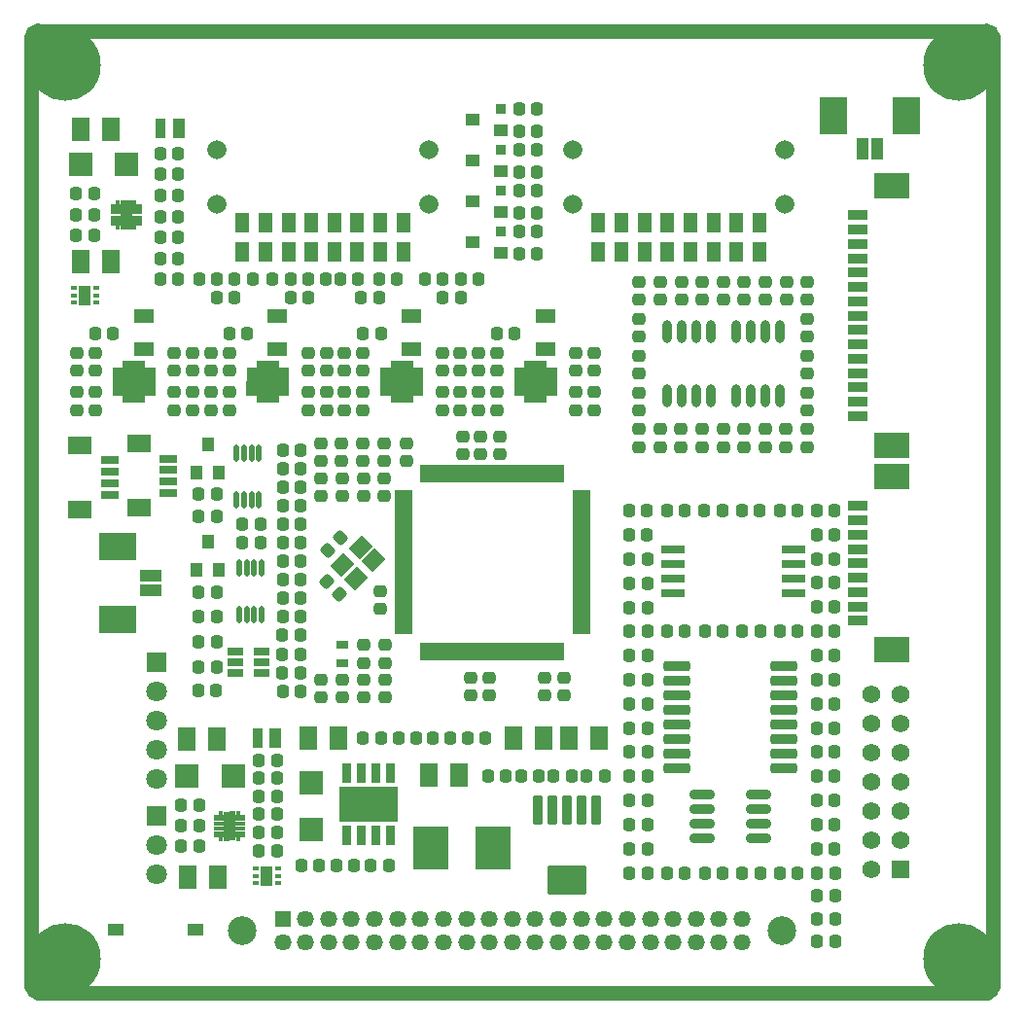
<source format=gts>
G04*
G04 #@! TF.GenerationSoftware,Altium Limited,Altium Designer,24.1.2 (44)*
G04*
G04 Layer_Color=8388736*
%FSLAX44Y44*%
%MOMM*%
G71*
G04*
G04 #@! TF.SameCoordinates,6F585FF1-4DE3-4077-9EA4-C48F536BE3D4*
G04*
G04*
G04 #@! TF.FilePolarity,Negative*
G04*
G01*
G75*
%ADD25C,1.2300*%
%ADD69R,0.9500X0.9000*%
G04:AMPARAMS|DCode=71|XSize=3.4032mm|YSize=2.6032mm|CornerRadius=0.1496mm|HoleSize=0mm|Usage=FLASHONLY|Rotation=0.000|XOffset=0mm|YOffset=0mm|HoleType=Round|Shape=RoundedRectangle|*
%AMROUNDEDRECTD71*
21,1,3.4032,2.3040,0,0,0.0*
21,1,3.1040,2.6032,0,0,0.0*
1,1,0.2992,1.5520,-1.1520*
1,1,0.2992,-1.5520,-1.1520*
1,1,0.2992,-1.5520,1.1520*
1,1,0.2992,1.5520,1.1520*
%
%ADD71ROUNDEDRECTD71*%
G04:AMPARAMS|DCode=72|XSize=0.9032mm|YSize=2.6032mm|CornerRadius=0.1506mm|HoleSize=0mm|Usage=FLASHONLY|Rotation=0.000|XOffset=0mm|YOffset=0mm|HoleType=Round|Shape=RoundedRectangle|*
%AMROUNDEDRECTD72*
21,1,0.9032,2.3020,0,0,0.0*
21,1,0.6020,2.6032,0,0,0.0*
1,1,0.3012,0.3010,-1.1510*
1,1,0.3012,-0.3010,-1.1510*
1,1,0.3012,-0.3010,1.1510*
1,1,0.3012,0.3010,1.1510*
%
%ADD72ROUNDEDRECTD72*%
%ADD73R,2.4130X3.3020*%
%ADD74R,1.0160X1.9050*%
%ADD75R,0.4532X0.8532*%
%ADD76R,0.8532X0.5032*%
%ADD77R,0.9032X1.2032*%
%ADD78R,0.8532X0.4532*%
%ADD79R,0.8532X0.4318*%
%ADD80R,1.7032X1.2032*%
%ADD81R,5.1032X3.1532*%
%ADD82R,0.5332X1.5532*%
%ADD83R,1.5532X0.5332*%
%ADD84R,2.1050X1.4954*%
%ADD85R,1.6494X0.7604*%
%ADD86O,0.4500X1.5000*%
%ADD87R,1.1032X1.1532*%
%ADD88R,2.0032X2.0032*%
%ADD89R,2.0032X2.0032*%
%ADD90R,1.4032X0.8032*%
%ADD91R,1.6032X2.0032*%
%ADD92R,0.5032X2.6032*%
%ADD93R,0.8532X0.5032*%
%ADD94R,1.1032X0.8032*%
%ADD95R,1.0032X1.7032*%
%ADD96R,0.9032X1.7032*%
%ADD97R,1.2032X1.7032*%
%ADD98R,3.1524X2.2524*%
%ADD99R,1.7524X0.9524*%
%ADD100R,1.9050X1.0160*%
%ADD101R,3.3020X2.4130*%
G04:AMPARAMS|DCode=102|XSize=2.3632mm|YSize=0.9232mm|CornerRadius=0.2816mm|HoleSize=0mm|Usage=FLASHONLY|Rotation=0.000|XOffset=0mm|YOffset=0mm|HoleType=Round|Shape=RoundedRectangle|*
%AMROUNDEDRECTD102*
21,1,2.3632,0.3600,0,0,0.0*
21,1,1.8000,0.9232,0,0,0.0*
1,1,0.5632,0.9000,-0.1800*
1,1,0.5632,-0.9000,-0.1800*
1,1,0.5632,-0.9000,0.1800*
1,1,0.5632,0.9000,0.1800*
%
%ADD102ROUNDEDRECTD102*%
%ADD103R,3.1532X3.7032*%
%ADD104R,2.1571X0.7853*%
%ADD105R,0.5516X0.4016*%
%ADD106R,1.1016X1.7016*%
G04:AMPARAMS|DCode=107|XSize=1.1532mm|YSize=1.0532mm|CornerRadius=0.3141mm|HoleSize=0mm|Usage=FLASHONLY|Rotation=0.000|XOffset=0mm|YOffset=0mm|HoleType=Round|Shape=RoundedRectangle|*
%AMROUNDEDRECTD107*
21,1,1.1532,0.4250,0,0,0.0*
21,1,0.5250,1.0532,0,0,0.0*
1,1,0.6282,0.2625,-0.2125*
1,1,0.6282,-0.2625,-0.2125*
1,1,0.6282,-0.2625,0.2125*
1,1,0.6282,0.2625,0.2125*
%
%ADD107ROUNDEDRECTD107*%
%ADD108O,0.8032X2.0032*%
G04:AMPARAMS|DCode=109|XSize=1.1532mm|YSize=1.0532mm|CornerRadius=0.3141mm|HoleSize=0mm|Usage=FLASHONLY|Rotation=90.000|XOffset=0mm|YOffset=0mm|HoleType=Round|Shape=RoundedRectangle|*
%AMROUNDEDRECTD109*
21,1,1.1532,0.4250,0,0,90.0*
21,1,0.5250,1.0532,0,0,90.0*
1,1,0.6282,0.2125,0.2625*
1,1,0.6282,0.2125,-0.2625*
1,1,0.6282,-0.2125,-0.2625*
1,1,0.6282,-0.2125,0.2625*
%
%ADD109ROUNDEDRECTD109*%
G04:AMPARAMS|DCode=110|XSize=1.1532mm|YSize=1.0532mm|CornerRadius=0.3141mm|HoleSize=0mm|Usage=FLASHONLY|Rotation=45.000|XOffset=0mm|YOffset=0mm|HoleType=Round|Shape=RoundedRectangle|*
%AMROUNDEDRECTD110*
21,1,1.1532,0.4250,0,0,45.0*
21,1,0.5250,1.0532,0,0,45.0*
1,1,0.6282,0.3359,0.0354*
1,1,0.6282,-0.0354,-0.3359*
1,1,0.6282,-0.3359,-0.0354*
1,1,0.6282,0.0354,0.3359*
%
%ADD110ROUNDEDRECTD110*%
G04:AMPARAMS|DCode=111|XSize=1.6032mm|YSize=1.4032mm|CornerRadius=0mm|HoleSize=0mm|Usage=FLASHONLY|Rotation=45.000|XOffset=0mm|YOffset=0mm|HoleType=Round|Shape=Rectangle|*
%AMROTATEDRECTD111*
4,1,4,-0.0707,-1.0629,-1.0629,-0.0707,0.0707,1.0629,1.0629,0.0707,-0.0707,-1.0629,0.0*
%
%ADD111ROTATEDRECTD111*%

%ADD112R,1.4032X1.0032*%
G04:AMPARAMS|DCode=113|XSize=1.1532mm|YSize=1.0532mm|CornerRadius=0.3141mm|HoleSize=0mm|Usage=FLASHONLY|Rotation=315.000|XOffset=0mm|YOffset=0mm|HoleType=Round|Shape=RoundedRectangle|*
%AMROUNDEDRECTD113*
21,1,1.1532,0.4250,0,0,315.0*
21,1,0.5250,1.0532,0,0,315.0*
1,1,0.6282,0.0354,-0.3359*
1,1,0.6282,-0.3359,0.0354*
1,1,0.6282,-0.0354,0.3359*
1,1,0.6282,0.3359,-0.0354*
%
%ADD113ROUNDEDRECTD113*%
%ADD114R,1.1532X1.1032*%
G04:AMPARAMS|DCode=115|XSize=2.1632mm|YSize=0.7732mm|CornerRadius=0.2413mm|HoleSize=0mm|Usage=FLASHONLY|Rotation=0.000|XOffset=0mm|YOffset=0mm|HoleType=Round|Shape=RoundedRectangle|*
%AMROUNDEDRECTD115*
21,1,2.1632,0.2907,0,0,0.0*
21,1,1.6807,0.7732,0,0,0.0*
1,1,0.4825,0.8404,-0.1454*
1,1,0.4825,-0.8404,-0.1454*
1,1,0.4825,-0.8404,0.1454*
1,1,0.4825,0.8404,0.1454*
%
%ADD115ROUNDEDRECTD115*%
%ADD116C,2.5032*%
%ADD117R,1.4612X1.4612*%
%ADD118C,1.4612*%
%ADD119C,1.5732*%
%ADD120R,1.5732X1.5732*%
%ADD121C,1.6612*%
%ADD122C,1.8032*%
%ADD123R,1.8032X1.8032*%
%ADD124C,1.2032*%
%ADD125C,6.2032*%
G36*
X837997Y837997D02*
X837984Y830638D01*
X837837D01*
X837828Y830647D01*
Y828412D01*
X828432Y837808D01*
X830667D01*
X830440Y838035D01*
X837959D01*
X837997Y837997D01*
D02*
G37*
G36*
X19362Y837984D02*
Y837837D01*
X11965Y830440D01*
Y837959D01*
X12003Y837997D01*
X19362Y837984D01*
D02*
G37*
G36*
X454968Y550608D02*
X463723Y550607D01*
Y526070D01*
X463714Y526061D01*
X454968D01*
X454972Y526057D01*
X454970Y519971D01*
X435443Y519972D01*
Y526070D01*
X426672Y526070D01*
X426697Y550609D01*
X435443Y550609D01*
Y556704D01*
X454968D01*
Y550608D01*
D02*
G37*
G36*
X338429D02*
X347184Y550607D01*
Y526070D01*
X347175Y526061D01*
X338429D01*
X338433Y526057D01*
X338431Y519971D01*
X318904Y519972D01*
Y526070D01*
X310133Y526070D01*
X310158Y550609D01*
X318904Y550609D01*
Y556704D01*
X338429D01*
Y550608D01*
D02*
G37*
G36*
X105350D02*
X114105Y550607D01*
Y526070D01*
X114096Y526061D01*
X105350D01*
X105354Y526057D01*
X105352Y519971D01*
X85826Y519972D01*
Y526070D01*
X77054Y526070D01*
X77079Y550609D01*
X85826Y550609D01*
Y556704D01*
X105350D01*
Y550608D01*
D02*
G37*
G36*
X221867Y550571D02*
X230623Y550570D01*
Y526033D01*
X230613Y526024D01*
X221867D01*
X221871Y526020D01*
X221870Y519934D01*
X202343Y519935D01*
Y526033D01*
X193571Y526033D01*
X193596Y550572D01*
X202343Y550572D01*
Y556667D01*
X221867D01*
Y550571D01*
D02*
G37*
G36*
X322050Y205620D02*
X322070D01*
X322100Y205610D01*
X322120D01*
X322150Y205600D01*
X322170Y205590D01*
X322200Y205580D01*
X322220Y205560D01*
X322240Y205550D01*
X322260Y205530D01*
X322280Y205520D01*
X322300Y205500D01*
X322320Y205480D01*
X322340Y205460D01*
X322360Y205440D01*
X322370Y205420D01*
X322390Y205400D01*
X322400Y205380D01*
X322420Y205360D01*
X322430Y205330D01*
X322440Y205310D01*
X322450Y205280D01*
Y205260D01*
X322460Y205230D01*
Y205210D01*
X322470Y205180D01*
Y189180D01*
X322460Y189150D01*
Y189130D01*
X322450Y189100D01*
Y189080D01*
X322440Y189050D01*
X322430Y189030D01*
X322420Y189000D01*
X322400Y188980D01*
X322390Y188960D01*
X322370Y188940D01*
X322360Y188920D01*
X322340Y188900D01*
X322320Y188880D01*
X322300Y188860D01*
X322280Y188840D01*
X322260Y188830D01*
X322240Y188810D01*
X322220Y188800D01*
X322200Y188780D01*
X322170Y188770D01*
X322150Y188760D01*
X322120Y188750D01*
X322100D01*
X322070Y188740D01*
X322050D01*
X322020Y188730D01*
X315520D01*
X315490Y188740D01*
X315470D01*
X315440Y188750D01*
X315420D01*
X315390Y188760D01*
X315370Y188770D01*
X315340Y188780D01*
X315320Y188800D01*
X315300Y188810D01*
X315280Y188830D01*
X315260Y188840D01*
X315240Y188860D01*
X315220Y188880D01*
X315200Y188900D01*
X315180Y188920D01*
X315170Y188940D01*
X315150Y188960D01*
X315140Y188980D01*
X315120Y189000D01*
X315110Y189030D01*
X315100Y189050D01*
X315090Y189080D01*
Y189100D01*
X315080Y189130D01*
Y189150D01*
X315070Y189180D01*
Y205180D01*
X315080Y205210D01*
Y205230D01*
X315090Y205260D01*
Y205280D01*
X315100Y205310D01*
X315110Y205330D01*
X315120Y205360D01*
X315140Y205380D01*
X315150Y205400D01*
X315170Y205420D01*
X315180Y205440D01*
X315200Y205460D01*
X315220Y205480D01*
X315240Y205500D01*
X315260Y205520D01*
X315280Y205530D01*
X315300Y205550D01*
X315320Y205560D01*
X315340Y205580D01*
X315370Y205590D01*
X315390Y205600D01*
X315420Y205610D01*
X315440D01*
X315470Y205620D01*
X315490D01*
X315520Y205630D01*
X322020D01*
X322050Y205620D01*
D02*
G37*
G36*
X309350D02*
X309370D01*
X309400Y205610D01*
X309420D01*
X309450Y205600D01*
X309470Y205590D01*
X309500Y205580D01*
X309520Y205560D01*
X309540Y205550D01*
X309560Y205530D01*
X309580Y205520D01*
X309600Y205500D01*
X309620Y205480D01*
X309640Y205460D01*
X309660Y205440D01*
X309670Y205420D01*
X309690Y205400D01*
X309700Y205380D01*
X309720Y205360D01*
X309730Y205330D01*
X309740Y205310D01*
X309750Y205280D01*
Y205260D01*
X309760Y205230D01*
Y205210D01*
X309770Y205180D01*
Y189180D01*
X309760Y189150D01*
Y189130D01*
X309750Y189100D01*
Y189080D01*
X309740Y189050D01*
X309730Y189030D01*
X309720Y189000D01*
X309700Y188980D01*
X309690Y188960D01*
X309670Y188940D01*
X309660Y188920D01*
X309640Y188900D01*
X309620Y188880D01*
X309600Y188860D01*
X309580Y188840D01*
X309560Y188830D01*
X309540Y188810D01*
X309520Y188800D01*
X309500Y188780D01*
X309470Y188770D01*
X309450Y188760D01*
X309420Y188750D01*
X309400D01*
X309370Y188740D01*
X309350D01*
X309320Y188730D01*
X302820D01*
X302790Y188740D01*
X302770D01*
X302740Y188750D01*
X302720D01*
X302690Y188760D01*
X302670Y188770D01*
X302640Y188780D01*
X302620Y188800D01*
X302600Y188810D01*
X302580Y188830D01*
X302560Y188840D01*
X302540Y188860D01*
X302520Y188880D01*
X302500Y188900D01*
X302480Y188920D01*
X302470Y188940D01*
X302450Y188960D01*
X302440Y188980D01*
X302420Y189000D01*
X302410Y189030D01*
X302400Y189050D01*
X302390Y189080D01*
Y189100D01*
X302380Y189130D01*
Y189150D01*
X302370Y189180D01*
Y205180D01*
X302380Y205210D01*
Y205230D01*
X302390Y205260D01*
Y205280D01*
X302400Y205310D01*
X302410Y205330D01*
X302420Y205360D01*
X302440Y205380D01*
X302450Y205400D01*
X302470Y205420D01*
X302480Y205440D01*
X302500Y205460D01*
X302520Y205480D01*
X302540Y205500D01*
X302560Y205520D01*
X302580Y205530D01*
X302600Y205550D01*
X302620Y205560D01*
X302640Y205580D01*
X302670Y205590D01*
X302690Y205600D01*
X302720Y205610D01*
X302740D01*
X302770Y205620D01*
X302790D01*
X302820Y205630D01*
X309320D01*
X309350Y205620D01*
D02*
G37*
G36*
X296650D02*
X296670D01*
X296700Y205610D01*
X296720D01*
X296750Y205600D01*
X296770Y205590D01*
X296800Y205580D01*
X296820Y205560D01*
X296840Y205550D01*
X296860Y205530D01*
X296880Y205520D01*
X296900Y205500D01*
X296920Y205480D01*
X296940Y205460D01*
X296960Y205440D01*
X296970Y205420D01*
X296990Y205400D01*
X297000Y205380D01*
X297020Y205360D01*
X297030Y205330D01*
X297040Y205310D01*
X297050Y205280D01*
Y205260D01*
X297060Y205230D01*
Y205210D01*
X297070Y205180D01*
Y189180D01*
X297060Y189150D01*
Y189130D01*
X297050Y189100D01*
Y189080D01*
X297040Y189050D01*
X297030Y189030D01*
X297020Y189000D01*
X297000Y188980D01*
X296990Y188960D01*
X296970Y188940D01*
X296960Y188920D01*
X296940Y188900D01*
X296920Y188880D01*
X296900Y188860D01*
X296880Y188840D01*
X296860Y188830D01*
X296840Y188810D01*
X296820Y188800D01*
X296800Y188780D01*
X296770Y188770D01*
X296750Y188760D01*
X296720Y188750D01*
X296700D01*
X296670Y188740D01*
X296650D01*
X296620Y188730D01*
X290120D01*
X290090Y188740D01*
X290070D01*
X290040Y188750D01*
X290020D01*
X289990Y188760D01*
X289970Y188770D01*
X289940Y188780D01*
X289920Y188800D01*
X289900Y188810D01*
X289880Y188830D01*
X289860Y188840D01*
X289840Y188860D01*
X289820Y188880D01*
X289800Y188900D01*
X289780Y188920D01*
X289770Y188940D01*
X289750Y188960D01*
X289740Y188980D01*
X289720Y189000D01*
X289710Y189030D01*
X289700Y189050D01*
X289690Y189080D01*
Y189100D01*
X289680Y189130D01*
Y189150D01*
X289670Y189180D01*
Y205180D01*
X289680Y205210D01*
Y205230D01*
X289690Y205260D01*
Y205280D01*
X289700Y205310D01*
X289710Y205330D01*
X289720Y205360D01*
X289740Y205380D01*
X289750Y205400D01*
X289770Y205420D01*
X289780Y205440D01*
X289800Y205460D01*
X289820Y205480D01*
X289840Y205500D01*
X289860Y205520D01*
X289880Y205530D01*
X289900Y205550D01*
X289920Y205560D01*
X289940Y205580D01*
X289970Y205590D01*
X289990Y205600D01*
X290020Y205610D01*
X290040D01*
X290070Y205620D01*
X290090D01*
X290120Y205630D01*
X296620D01*
X296650Y205620D01*
D02*
G37*
G36*
X283950D02*
X283970D01*
X284000Y205610D01*
X284020D01*
X284050Y205600D01*
X284070Y205590D01*
X284100Y205580D01*
X284120Y205560D01*
X284140Y205550D01*
X284160Y205530D01*
X284180Y205520D01*
X284200Y205500D01*
X284220Y205480D01*
X284240Y205460D01*
X284260Y205440D01*
X284270Y205420D01*
X284290Y205400D01*
X284300Y205380D01*
X284320Y205360D01*
X284330Y205330D01*
X284340Y205310D01*
X284350Y205280D01*
Y205260D01*
X284360Y205230D01*
Y205210D01*
X284370Y205180D01*
Y189180D01*
X284360Y189150D01*
Y189130D01*
X284350Y189100D01*
Y189080D01*
X284340Y189050D01*
X284330Y189030D01*
X284320Y189000D01*
X284300Y188980D01*
X284290Y188960D01*
X284270Y188940D01*
X284260Y188920D01*
X284240Y188900D01*
X284220Y188880D01*
X284200Y188860D01*
X284180Y188840D01*
X284160Y188830D01*
X284140Y188810D01*
X284120Y188800D01*
X284100Y188780D01*
X284070Y188770D01*
X284050Y188760D01*
X284020Y188750D01*
X284000D01*
X283970Y188740D01*
X283950D01*
X283920Y188730D01*
X277420D01*
X277390Y188740D01*
X277370D01*
X277340Y188750D01*
X277320D01*
X277290Y188760D01*
X277270Y188770D01*
X277240Y188780D01*
X277220Y188800D01*
X277200Y188810D01*
X277180Y188830D01*
X277160Y188840D01*
X277140Y188860D01*
X277120Y188880D01*
X277100Y188900D01*
X277080Y188920D01*
X277070Y188940D01*
X277050Y188960D01*
X277040Y188980D01*
X277020Y189000D01*
X277010Y189030D01*
X277000Y189050D01*
X276990Y189080D01*
Y189100D01*
X276980Y189130D01*
Y189150D01*
X276970Y189180D01*
Y205180D01*
X276980Y205210D01*
Y205230D01*
X276990Y205260D01*
Y205280D01*
X277000Y205310D01*
X277010Y205330D01*
X277020Y205360D01*
X277040Y205380D01*
X277050Y205400D01*
X277070Y205420D01*
X277080Y205440D01*
X277100Y205460D01*
X277120Y205480D01*
X277140Y205500D01*
X277160Y205520D01*
X277180Y205530D01*
X277200Y205550D01*
X277220Y205560D01*
X277240Y205580D01*
X277270Y205590D01*
X277290Y205600D01*
X277320Y205610D01*
X277340D01*
X277370Y205620D01*
X277390D01*
X277420Y205630D01*
X283920D01*
X283950Y205620D01*
D02*
G37*
G36*
X315220Y157180D02*
X284220D01*
Y183180D01*
X315220D01*
Y157180D01*
D02*
G37*
G36*
X322050Y151620D02*
X322070D01*
X322100Y151610D01*
X322120D01*
X322150Y151600D01*
X322170Y151590D01*
X322200Y151580D01*
X322220Y151560D01*
X322240Y151550D01*
X322260Y151530D01*
X322280Y151520D01*
X322300Y151500D01*
X322320Y151480D01*
X322340Y151460D01*
X322360Y151440D01*
X322370Y151420D01*
X322390Y151400D01*
X322400Y151380D01*
X322420Y151360D01*
X322430Y151330D01*
X322440Y151310D01*
X322450Y151280D01*
Y151260D01*
X322460Y151230D01*
Y151210D01*
X322470Y151180D01*
Y135180D01*
X322460Y135150D01*
Y135130D01*
X322450Y135100D01*
Y135080D01*
X322440Y135050D01*
X322430Y135030D01*
X322420Y135000D01*
X322400Y134980D01*
X322390Y134960D01*
X322370Y134940D01*
X322360Y134920D01*
X322340Y134900D01*
X322320Y134880D01*
X322300Y134860D01*
X322280Y134840D01*
X322260Y134830D01*
X322240Y134810D01*
X322220Y134800D01*
X322200Y134780D01*
X322170Y134770D01*
X322150Y134760D01*
X322120Y134750D01*
X322100D01*
X322070Y134740D01*
X322050D01*
X322020Y134730D01*
X315520D01*
X315490Y134740D01*
X315470D01*
X315440Y134750D01*
X315420D01*
X315390Y134760D01*
X315370Y134770D01*
X315340Y134780D01*
X315320Y134800D01*
X315300Y134810D01*
X315280Y134830D01*
X315260Y134840D01*
X315240Y134860D01*
X315220Y134880D01*
X315200Y134900D01*
X315180Y134920D01*
X315170Y134940D01*
X315150Y134960D01*
X315140Y134980D01*
X315120Y135000D01*
X315110Y135030D01*
X315100Y135050D01*
X315090Y135080D01*
Y135100D01*
X315080Y135130D01*
Y135150D01*
X315070Y135180D01*
Y151180D01*
X315080Y151210D01*
Y151230D01*
X315090Y151260D01*
Y151280D01*
X315100Y151310D01*
X315110Y151330D01*
X315120Y151360D01*
X315140Y151380D01*
X315150Y151400D01*
X315170Y151420D01*
X315180Y151440D01*
X315200Y151460D01*
X315220Y151480D01*
X315240Y151500D01*
X315260Y151520D01*
X315280Y151530D01*
X315300Y151550D01*
X315320Y151560D01*
X315340Y151580D01*
X315370Y151590D01*
X315390Y151600D01*
X315420Y151610D01*
X315440D01*
X315470Y151620D01*
X315490D01*
X315520Y151630D01*
X322020D01*
X322050Y151620D01*
D02*
G37*
G36*
X309350D02*
X309370D01*
X309400Y151610D01*
X309420D01*
X309450Y151600D01*
X309470Y151590D01*
X309500Y151580D01*
X309520Y151560D01*
X309540Y151550D01*
X309560Y151530D01*
X309580Y151520D01*
X309600Y151500D01*
X309620Y151480D01*
X309640Y151460D01*
X309660Y151440D01*
X309670Y151420D01*
X309690Y151400D01*
X309700Y151380D01*
X309720Y151360D01*
X309730Y151330D01*
X309740Y151310D01*
X309750Y151280D01*
Y151260D01*
X309760Y151230D01*
Y151210D01*
X309770Y151180D01*
Y135180D01*
X309760Y135150D01*
Y135130D01*
X309750Y135100D01*
Y135080D01*
X309740Y135050D01*
X309730Y135030D01*
X309720Y135000D01*
X309700Y134980D01*
X309690Y134960D01*
X309670Y134940D01*
X309660Y134920D01*
X309640Y134900D01*
X309620Y134880D01*
X309600Y134860D01*
X309580Y134840D01*
X309560Y134830D01*
X309540Y134810D01*
X309520Y134800D01*
X309500Y134780D01*
X309470Y134770D01*
X309450Y134760D01*
X309420Y134750D01*
X309400D01*
X309370Y134740D01*
X309350D01*
X309320Y134730D01*
X302820D01*
X302790Y134740D01*
X302770D01*
X302740Y134750D01*
X302720D01*
X302690Y134760D01*
X302670Y134770D01*
X302640Y134780D01*
X302620Y134800D01*
X302600Y134810D01*
X302580Y134830D01*
X302560Y134840D01*
X302540Y134860D01*
X302520Y134880D01*
X302500Y134900D01*
X302480Y134920D01*
X302470Y134940D01*
X302450Y134960D01*
X302440Y134980D01*
X302420Y135000D01*
X302410Y135030D01*
X302400Y135050D01*
X302390Y135080D01*
Y135100D01*
X302380Y135130D01*
Y135150D01*
X302370Y135180D01*
Y151180D01*
X302380Y151210D01*
Y151230D01*
X302390Y151260D01*
Y151280D01*
X302400Y151310D01*
X302410Y151330D01*
X302420Y151360D01*
X302440Y151380D01*
X302450Y151400D01*
X302470Y151420D01*
X302480Y151440D01*
X302500Y151460D01*
X302520Y151480D01*
X302540Y151500D01*
X302560Y151520D01*
X302580Y151530D01*
X302600Y151550D01*
X302620Y151560D01*
X302640Y151580D01*
X302670Y151590D01*
X302690Y151600D01*
X302720Y151610D01*
X302740D01*
X302770Y151620D01*
X302790D01*
X302820Y151630D01*
X309320D01*
X309350Y151620D01*
D02*
G37*
G36*
X296650D02*
X296670D01*
X296700Y151610D01*
X296720D01*
X296750Y151600D01*
X296770Y151590D01*
X296800Y151580D01*
X296820Y151560D01*
X296840Y151550D01*
X296860Y151530D01*
X296880Y151520D01*
X296900Y151500D01*
X296920Y151480D01*
X296940Y151460D01*
X296960Y151440D01*
X296970Y151420D01*
X296990Y151400D01*
X297000Y151380D01*
X297020Y151360D01*
X297030Y151330D01*
X297040Y151310D01*
X297050Y151280D01*
Y151260D01*
X297060Y151230D01*
Y151210D01*
X297070Y151180D01*
Y135180D01*
X297060Y135150D01*
Y135130D01*
X297050Y135100D01*
Y135080D01*
X297040Y135050D01*
X297030Y135030D01*
X297020Y135000D01*
X297000Y134980D01*
X296990Y134960D01*
X296970Y134940D01*
X296960Y134920D01*
X296940Y134900D01*
X296920Y134880D01*
X296900Y134860D01*
X296880Y134840D01*
X296860Y134830D01*
X296840Y134810D01*
X296820Y134800D01*
X296800Y134780D01*
X296770Y134770D01*
X296750Y134760D01*
X296720Y134750D01*
X296700D01*
X296670Y134740D01*
X296650D01*
X296620Y134730D01*
X290120D01*
X290090Y134740D01*
X290070D01*
X290040Y134750D01*
X290020D01*
X289990Y134760D01*
X289970Y134770D01*
X289940Y134780D01*
X289920Y134800D01*
X289900Y134810D01*
X289880Y134830D01*
X289860Y134840D01*
X289840Y134860D01*
X289820Y134880D01*
X289800Y134900D01*
X289780Y134920D01*
X289770Y134940D01*
X289750Y134960D01*
X289740Y134980D01*
X289720Y135000D01*
X289710Y135030D01*
X289700Y135050D01*
X289690Y135080D01*
Y135100D01*
X289680Y135130D01*
Y135150D01*
X289670Y135180D01*
Y151180D01*
X289680Y151210D01*
Y151230D01*
X289690Y151260D01*
Y151280D01*
X289700Y151310D01*
X289710Y151330D01*
X289720Y151360D01*
X289740Y151380D01*
X289750Y151400D01*
X289770Y151420D01*
X289780Y151440D01*
X289800Y151460D01*
X289820Y151480D01*
X289840Y151500D01*
X289860Y151520D01*
X289880Y151530D01*
X289900Y151550D01*
X289920Y151560D01*
X289940Y151580D01*
X289970Y151590D01*
X289990Y151600D01*
X290020Y151610D01*
X290040D01*
X290070Y151620D01*
X290090D01*
X290120Y151630D01*
X296620D01*
X296650Y151620D01*
D02*
G37*
G36*
X283950D02*
X283970D01*
X284000Y151610D01*
X284020D01*
X284050Y151600D01*
X284070Y151590D01*
X284100Y151580D01*
X284120Y151560D01*
X284140Y151550D01*
X284160Y151530D01*
X284180Y151520D01*
X284200Y151500D01*
X284220Y151480D01*
X284240Y151460D01*
X284260Y151440D01*
X284270Y151420D01*
X284290Y151400D01*
X284300Y151380D01*
X284320Y151360D01*
X284330Y151330D01*
X284340Y151310D01*
X284350Y151280D01*
Y151260D01*
X284360Y151230D01*
Y151210D01*
X284370Y151180D01*
Y135180D01*
X284360Y135150D01*
Y135130D01*
X284350Y135100D01*
Y135080D01*
X284340Y135050D01*
X284330Y135030D01*
X284320Y135000D01*
X284300Y134980D01*
X284290Y134960D01*
X284270Y134940D01*
X284260Y134920D01*
X284240Y134900D01*
X284220Y134880D01*
X284200Y134860D01*
X284180Y134840D01*
X284160Y134830D01*
X284140Y134810D01*
X284120Y134800D01*
X284100Y134780D01*
X284070Y134770D01*
X284050Y134760D01*
X284020Y134750D01*
X284000D01*
X283970Y134740D01*
X283950D01*
X283920Y134730D01*
X277420D01*
X277390Y134740D01*
X277370D01*
X277340Y134750D01*
X277320D01*
X277290Y134760D01*
X277270Y134770D01*
X277240Y134780D01*
X277220Y134800D01*
X277200Y134810D01*
X277180Y134830D01*
X277160Y134840D01*
X277140Y134860D01*
X277120Y134880D01*
X277100Y134900D01*
X277080Y134920D01*
X277070Y134940D01*
X277050Y134960D01*
X277040Y134980D01*
X277020Y135000D01*
X277010Y135030D01*
X277000Y135050D01*
X276990Y135080D01*
Y135100D01*
X276980Y135130D01*
Y135150D01*
X276970Y135180D01*
Y151180D01*
X276980Y151210D01*
Y151230D01*
X276990Y151260D01*
Y151280D01*
X277000Y151310D01*
X277010Y151330D01*
X277020Y151360D01*
X277040Y151380D01*
X277050Y151400D01*
X277070Y151420D01*
X277080Y151440D01*
X277100Y151460D01*
X277120Y151480D01*
X277140Y151500D01*
X277160Y151520D01*
X277180Y151530D01*
X277200Y151550D01*
X277220Y151560D01*
X277240Y151580D01*
X277270Y151590D01*
X277290Y151600D01*
X277320Y151610D01*
X277340D01*
X277370Y151620D01*
X277390D01*
X277420Y151630D01*
X283920D01*
X283950Y151620D01*
D02*
G37*
G36*
X838035Y12041D02*
X837997Y12003D01*
X830638Y12016D01*
Y12163D01*
X838035Y19560D01*
Y12041D01*
D02*
G37*
G36*
X19560Y11965D02*
X12041D01*
X12003Y12003D01*
X12016Y19362D01*
X12163D01*
X19560Y11965D01*
D02*
G37*
D25*
X843653Y837997D02*
G03*
X838020Y843646I-5650J0D01*
G01*
X838003Y6347D02*
G03*
X843653Y11984I0J5650D01*
G01*
X6353Y11997D02*
G03*
X11991Y6347I5650J0D01*
G01*
X12003Y843647D02*
G03*
X6353Y838009I0J-5650D01*
G01*
X843653Y11997D02*
X843653Y837971D01*
X12003Y6347D02*
X837978Y6347D01*
X12021Y843647D02*
X838003Y843646D01*
X6353Y12022D02*
X6353Y837997D01*
D69*
X415084Y669138D02*
D03*
Y704698D02*
D03*
Y740258D02*
D03*
Y775818D02*
D03*
D71*
X472438Y104620D02*
D03*
D72*
X447038Y165120D02*
D03*
X459738D02*
D03*
X472438D02*
D03*
X485138D02*
D03*
X497838D02*
D03*
D73*
X704850Y769575D02*
D03*
X768350D02*
D03*
D74*
X730350Y740575D02*
D03*
X742850D02*
D03*
D75*
X437707Y552437D02*
D03*
Y524237D02*
D03*
X442707D02*
D03*
X447707D02*
D03*
X452707D02*
D03*
X442707Y552437D02*
D03*
X447707D02*
D03*
X452707D02*
D03*
X321138D02*
D03*
Y524237D02*
D03*
X326138D02*
D03*
X331138D02*
D03*
X336138D02*
D03*
X326138Y552437D02*
D03*
X331138D02*
D03*
X336138D02*
D03*
X204570D02*
D03*
Y524237D02*
D03*
X209570D02*
D03*
X214570D02*
D03*
X219570D02*
D03*
X209570Y552437D02*
D03*
X214570D02*
D03*
X219570D02*
D03*
X88001D02*
D03*
Y524237D02*
D03*
X93001D02*
D03*
X98001D02*
D03*
X103001D02*
D03*
X93001Y552437D02*
D03*
X98001D02*
D03*
X103001D02*
D03*
X186018Y160007D02*
D03*
X171518D02*
D03*
X171518Y142507D02*
D03*
X185989D02*
D03*
X96199Y692010D02*
D03*
X81699D02*
D03*
X81699Y674510D02*
D03*
X96169D02*
D03*
D76*
X440457Y531834D02*
D03*
X449957D02*
D03*
X323889D02*
D03*
X333388D02*
D03*
X207320D02*
D03*
X216820D02*
D03*
X90752D02*
D03*
X100252D02*
D03*
D77*
X440707Y541337D02*
D03*
X449707D02*
D03*
X324138D02*
D03*
X333139D02*
D03*
X207570D02*
D03*
X216570D02*
D03*
X91002D02*
D03*
X100001D02*
D03*
D78*
X430957Y528337D02*
D03*
Y533337D02*
D03*
Y543337D02*
D03*
Y548337D02*
D03*
X459457D02*
D03*
Y543337D02*
D03*
Y538337D02*
D03*
Y533337D02*
D03*
Y528337D02*
D03*
X314389D02*
D03*
Y533337D02*
D03*
Y543337D02*
D03*
Y548337D02*
D03*
X342888D02*
D03*
Y543337D02*
D03*
Y538337D02*
D03*
Y533337D02*
D03*
Y528337D02*
D03*
X197820D02*
D03*
Y533337D02*
D03*
Y543337D02*
D03*
Y548337D02*
D03*
X226320D02*
D03*
Y543337D02*
D03*
Y538337D02*
D03*
Y533337D02*
D03*
Y528337D02*
D03*
X81251D02*
D03*
Y533337D02*
D03*
Y543337D02*
D03*
Y548337D02*
D03*
X109752D02*
D03*
Y543337D02*
D03*
Y538337D02*
D03*
Y533337D02*
D03*
Y528337D02*
D03*
X169518Y153504D02*
D03*
Y149013D02*
D03*
X188018Y153504D02*
D03*
X187988Y149013D02*
D03*
X79699Y685508D02*
D03*
Y681016D02*
D03*
X98199Y685508D02*
D03*
X98169Y681016D02*
D03*
D79*
X430957Y538337D02*
D03*
X314389D02*
D03*
X197820D02*
D03*
X81251D02*
D03*
D80*
X104000Y594990D02*
D03*
Y566527D02*
D03*
X220568Y594990D02*
D03*
Y566527D02*
D03*
X337137Y594990D02*
D03*
Y566527D02*
D03*
X453705Y594990D02*
D03*
Y566527D02*
D03*
D81*
X299720Y170180D02*
D03*
D82*
X367671Y458499D02*
D03*
X372671D02*
D03*
X377671D02*
D03*
X382671D02*
D03*
X387671D02*
D03*
X392671D02*
D03*
X397671D02*
D03*
X402671D02*
D03*
X407671D02*
D03*
X412671D02*
D03*
X417671D02*
D03*
X422671D02*
D03*
X427671D02*
D03*
X432671D02*
D03*
X437671D02*
D03*
X442671D02*
D03*
X447671D02*
D03*
X452671D02*
D03*
X407671Y303499D02*
D03*
X402671D02*
D03*
X397671D02*
D03*
X392671D02*
D03*
X387671D02*
D03*
X382671D02*
D03*
X377671D02*
D03*
X372671D02*
D03*
X367671D02*
D03*
X362671D02*
D03*
X357671D02*
D03*
X352671D02*
D03*
X347671D02*
D03*
Y458499D02*
D03*
X352671D02*
D03*
X357671D02*
D03*
X362671D02*
D03*
X467671Y303499D02*
D03*
X462671D02*
D03*
X457671D02*
D03*
X452671D02*
D03*
X447671D02*
D03*
X442671D02*
D03*
X437671D02*
D03*
X432671D02*
D03*
X427671D02*
D03*
X422671D02*
D03*
X417671D02*
D03*
X412671D02*
D03*
X457671Y458499D02*
D03*
X462671D02*
D03*
X467671D02*
D03*
D83*
X330171Y320999D02*
D03*
Y325999D02*
D03*
Y330999D02*
D03*
Y335999D02*
D03*
Y340999D02*
D03*
Y345999D02*
D03*
Y350999D02*
D03*
Y355999D02*
D03*
X485171D02*
D03*
Y350999D02*
D03*
Y345999D02*
D03*
Y340999D02*
D03*
Y335999D02*
D03*
Y330999D02*
D03*
Y325999D02*
D03*
Y320999D02*
D03*
X330171Y360999D02*
D03*
Y365999D02*
D03*
Y370999D02*
D03*
Y375999D02*
D03*
Y380999D02*
D03*
Y385999D02*
D03*
Y390999D02*
D03*
Y395999D02*
D03*
Y400999D02*
D03*
Y405999D02*
D03*
Y410999D02*
D03*
Y415999D02*
D03*
Y420999D02*
D03*
Y425999D02*
D03*
Y430999D02*
D03*
Y435999D02*
D03*
Y440999D02*
D03*
X485171D02*
D03*
Y435999D02*
D03*
Y430999D02*
D03*
Y425999D02*
D03*
Y420999D02*
D03*
Y415999D02*
D03*
Y410999D02*
D03*
Y405999D02*
D03*
Y400999D02*
D03*
Y395999D02*
D03*
Y390999D02*
D03*
Y385999D02*
D03*
Y380999D02*
D03*
Y375999D02*
D03*
Y370999D02*
D03*
Y365999D02*
D03*
Y360999D02*
D03*
D84*
X99956Y484184D02*
D03*
Y428184D02*
D03*
X48407Y426954D02*
D03*
Y482954D02*
D03*
D85*
X125756Y471184D02*
D03*
Y461184D02*
D03*
Y451184D02*
D03*
Y441184D02*
D03*
X74207Y439954D02*
D03*
Y449954D02*
D03*
Y459954D02*
D03*
Y469954D02*
D03*
D86*
X193818Y376269D02*
D03*
X200318D02*
D03*
X193818Y335269D02*
D03*
X200318D02*
D03*
X206818Y376269D02*
D03*
X187318D02*
D03*
X206818Y335269D02*
D03*
X187318D02*
D03*
X185068Y435024D02*
D03*
X191568D02*
D03*
X198068D02*
D03*
X204568D02*
D03*
X185068Y476024D02*
D03*
X191568D02*
D03*
X198068D02*
D03*
X204568D02*
D03*
D87*
X169250Y374114D02*
D03*
X150250D02*
D03*
X159750Y399114D02*
D03*
X169250Y458904D02*
D03*
X150250D02*
D03*
X159750Y483904D02*
D03*
D88*
X181763Y195205D02*
D03*
X141763D02*
D03*
X89342Y727453D02*
D03*
X49342D02*
D03*
D89*
X249685Y188656D02*
D03*
Y148656D02*
D03*
D90*
X206977Y303337D02*
D03*
Y293836D02*
D03*
Y284336D02*
D03*
X183977D02*
D03*
Y293836D02*
D03*
Y303337D02*
D03*
D91*
X142311Y107038D02*
D03*
X168311D02*
D03*
X141543Y226652D02*
D03*
X167543D02*
D03*
X352200Y195844D02*
D03*
X378200D02*
D03*
X247768Y227913D02*
D03*
X273768D02*
D03*
X49144Y642448D02*
D03*
X75144D02*
D03*
X49461Y757548D02*
D03*
X75461D02*
D03*
X474660Y227913D02*
D03*
X500660D02*
D03*
X451820Y228271D02*
D03*
X425820D02*
D03*
D92*
X181259Y151257D02*
D03*
X176259Y151246D02*
D03*
X91440Y683260D02*
D03*
X86440Y683249D02*
D03*
D93*
X169518Y144256D02*
D03*
X188018Y158257D02*
D03*
X169518D02*
D03*
X187988Y144257D02*
D03*
X79699Y676260D02*
D03*
X98199Y690260D02*
D03*
X79699D02*
D03*
X98169Y676260D02*
D03*
D94*
X276969Y292990D02*
D03*
Y308990D02*
D03*
D95*
X218933Y227912D02*
D03*
X134675Y758807D02*
D03*
D96*
X202933Y227912D02*
D03*
X118675Y758807D02*
D03*
D97*
X330000Y676500D02*
D03*
Y651500D02*
D03*
X310000Y676500D02*
D03*
Y651500D02*
D03*
X290000Y676500D02*
D03*
Y651500D02*
D03*
X270000Y676500D02*
D03*
Y651500D02*
D03*
X250000Y676500D02*
D03*
Y651500D02*
D03*
X230000Y676500D02*
D03*
Y651500D02*
D03*
X210000Y676500D02*
D03*
Y651500D02*
D03*
X190000Y676500D02*
D03*
Y651500D02*
D03*
X640000Y676500D02*
D03*
Y651500D02*
D03*
X620000Y676500D02*
D03*
Y651500D02*
D03*
X600000Y676500D02*
D03*
Y651500D02*
D03*
X580000Y676500D02*
D03*
Y651500D02*
D03*
X560000Y676500D02*
D03*
Y651500D02*
D03*
X540000Y676500D02*
D03*
Y651500D02*
D03*
X520000Y676500D02*
D03*
Y651500D02*
D03*
X500000Y676500D02*
D03*
Y651500D02*
D03*
D98*
X755000Y482600D02*
D03*
Y708600D02*
D03*
Y455500D02*
D03*
Y304500D02*
D03*
D99*
X726000Y683100D02*
D03*
Y670600D02*
D03*
Y658100D02*
D03*
Y645600D02*
D03*
Y633100D02*
D03*
Y620600D02*
D03*
Y608100D02*
D03*
Y595600D02*
D03*
Y583100D02*
D03*
Y570600D02*
D03*
Y558100D02*
D03*
Y545600D02*
D03*
Y533100D02*
D03*
Y520600D02*
D03*
Y508100D02*
D03*
Y330000D02*
D03*
Y342500D02*
D03*
Y355000D02*
D03*
Y367500D02*
D03*
Y380000D02*
D03*
Y392500D02*
D03*
Y405000D02*
D03*
Y417500D02*
D03*
Y430000D02*
D03*
D100*
X110325Y369470D02*
D03*
Y356970D02*
D03*
D101*
X81325Y394970D02*
D03*
Y331470D02*
D03*
D102*
X661180Y290830D02*
D03*
Y278130D02*
D03*
Y265430D02*
D03*
Y252730D02*
D03*
Y240030D02*
D03*
Y227330D02*
D03*
Y214630D02*
D03*
Y201930D02*
D03*
X568180D02*
D03*
Y214630D02*
D03*
Y227330D02*
D03*
Y240030D02*
D03*
Y252730D02*
D03*
Y265430D02*
D03*
Y278130D02*
D03*
Y290830D02*
D03*
D103*
X353750Y132082D02*
D03*
X408250D02*
D03*
D104*
X564715Y392430D02*
D03*
Y379730D02*
D03*
Y367030D02*
D03*
Y354330D02*
D03*
X669725D02*
D03*
Y367030D02*
D03*
Y379730D02*
D03*
Y392430D02*
D03*
D105*
X43128Y619997D02*
D03*
Y613497D02*
D03*
Y606997D02*
D03*
X62628D02*
D03*
Y613497D02*
D03*
Y619997D02*
D03*
X201408Y101545D02*
D03*
Y108045D02*
D03*
Y114545D02*
D03*
X220908D02*
D03*
Y108045D02*
D03*
Y101545D02*
D03*
D106*
X52878Y613497D02*
D03*
X211158Y108045D02*
D03*
D107*
X681860Y592902D02*
D03*
Y577402D02*
D03*
X247431Y528903D02*
D03*
Y513402D02*
D03*
X313530Y453988D02*
D03*
Y438488D02*
D03*
X314362Y293240D02*
D03*
Y308740D02*
D03*
X295625Y263522D02*
D03*
Y279022D02*
D03*
X314362Y263522D02*
D03*
Y279022D02*
D03*
X295625Y293240D02*
D03*
Y308740D02*
D03*
X258149Y279022D02*
D03*
Y263522D02*
D03*
X276887D02*
D03*
Y279022D02*
D03*
X535544Y577402D02*
D03*
Y592902D02*
D03*
Y609470D02*
D03*
Y624970D02*
D03*
X535544Y560835D02*
D03*
Y545335D02*
D03*
Y513268D02*
D03*
Y528768D02*
D03*
X681860Y545335D02*
D03*
Y560835D02*
D03*
X681860Y528768D02*
D03*
Y513268D02*
D03*
Y496700D02*
D03*
Y481200D02*
D03*
X663445Y496700D02*
D03*
Y481200D02*
D03*
X608702D02*
D03*
Y496700D02*
D03*
X626866Y481200D02*
D03*
Y496700D02*
D03*
X645155Y481200D02*
D03*
Y496700D02*
D03*
X663789Y624970D02*
D03*
Y609470D02*
D03*
X645343Y624970D02*
D03*
Y609470D02*
D03*
X627022Y624970D02*
D03*
Y609470D02*
D03*
X681984Y609470D02*
D03*
Y624970D02*
D03*
X535419Y496700D02*
D03*
Y481200D02*
D03*
X590412D02*
D03*
Y496700D02*
D03*
X571998Y481200D02*
D03*
Y496700D02*
D03*
X553708Y481200D02*
D03*
Y496700D02*
D03*
X572185Y624970D02*
D03*
Y609470D02*
D03*
X608702Y624970D02*
D03*
Y609470D02*
D03*
X590381Y624970D02*
D03*
Y609470D02*
D03*
X553740Y609470D02*
D03*
Y624970D02*
D03*
X404969Y264754D02*
D03*
Y280254D02*
D03*
X258024Y438515D02*
D03*
Y454015D02*
D03*
X276455Y469324D02*
D03*
Y484824D02*
D03*
X276762Y438515D02*
D03*
Y454015D02*
D03*
X294993Y469324D02*
D03*
Y484824D02*
D03*
X295499Y438515D02*
D03*
Y454015D02*
D03*
X413956Y490520D02*
D03*
Y475020D02*
D03*
X388986Y280254D02*
D03*
Y264754D02*
D03*
X162520Y528903D02*
D03*
Y513402D02*
D03*
Y563085D02*
D03*
Y547585D02*
D03*
X178349Y513402D02*
D03*
Y528903D02*
D03*
X263260Y513402D02*
D03*
Y528903D02*
D03*
X294917Y513402D02*
D03*
Y528903D02*
D03*
X279088D02*
D03*
Y513402D02*
D03*
X178349Y563085D02*
D03*
Y547585D02*
D03*
X263260Y563085D02*
D03*
Y547585D02*
D03*
X247431Y563085D02*
D03*
Y547585D02*
D03*
X279088Y563085D02*
D03*
Y547585D02*
D03*
X294917Y563085D02*
D03*
Y547585D02*
D03*
X363999Y513402D02*
D03*
Y528903D02*
D03*
X379828Y513402D02*
D03*
Y528903D02*
D03*
X379828Y563085D02*
D03*
Y547585D02*
D03*
X363999Y563085D02*
D03*
Y547585D02*
D03*
X395657Y563085D02*
D03*
Y547585D02*
D03*
X411486Y563085D02*
D03*
Y547585D02*
D03*
X411486Y513402D02*
D03*
Y528903D02*
D03*
X395657D02*
D03*
Y513402D02*
D03*
X496316Y563085D02*
D03*
Y547585D02*
D03*
X480568Y563085D02*
D03*
Y547585D02*
D03*
X480568Y513402D02*
D03*
Y528903D02*
D03*
X496316Y513402D02*
D03*
Y528903D02*
D03*
X313530Y469324D02*
D03*
Y484824D02*
D03*
X130863Y547585D02*
D03*
Y563085D02*
D03*
X61780Y547585D02*
D03*
Y563085D02*
D03*
X146691Y547585D02*
D03*
Y563085D02*
D03*
X45778Y547585D02*
D03*
Y563085D02*
D03*
X61780Y528903D02*
D03*
Y513402D02*
D03*
X45778D02*
D03*
Y528903D02*
D03*
X146691D02*
D03*
Y513402D02*
D03*
X258024Y484824D02*
D03*
Y469324D02*
D03*
X130863Y528903D02*
D03*
Y513402D02*
D03*
X309880Y355984D02*
D03*
Y340484D02*
D03*
X470401Y280254D02*
D03*
Y264754D02*
D03*
X453485Y280254D02*
D03*
Y264754D02*
D03*
X332692Y469324D02*
D03*
Y484824D02*
D03*
X382128Y474928D02*
D03*
Y490428D02*
D03*
X397481Y490428D02*
D03*
Y474928D02*
D03*
D108*
X657860Y582065D02*
D03*
X645160D02*
D03*
X632460D02*
D03*
X619760D02*
D03*
X657860Y525565D02*
D03*
X645160D02*
D03*
X632460D02*
D03*
X619760D02*
D03*
X560070Y525565D02*
D03*
X572770D02*
D03*
X585470D02*
D03*
X598170D02*
D03*
X560070Y582065D02*
D03*
X572770D02*
D03*
X585470D02*
D03*
X598170D02*
D03*
D109*
X690409Y90295D02*
D03*
X705909D02*
D03*
X690409Y50702D02*
D03*
X705909D02*
D03*
X690409Y70498D02*
D03*
X705909D02*
D03*
X705758Y341774D02*
D03*
X690258D02*
D03*
X705758Y363056D02*
D03*
X690258D02*
D03*
X705758Y383829D02*
D03*
X690258D02*
D03*
X705758Y404857D02*
D03*
X690258D02*
D03*
X705758Y425884D02*
D03*
X690258D02*
D03*
X690409Y110472D02*
D03*
X705909D02*
D03*
X690258Y131500D02*
D03*
X705758D02*
D03*
X705758Y173555D02*
D03*
X690258D02*
D03*
X705758Y152527D02*
D03*
X690258D02*
D03*
X705758Y194582D02*
D03*
X690258D02*
D03*
Y215610D02*
D03*
X705758D02*
D03*
Y236637D02*
D03*
X690258D02*
D03*
X690258Y257665D02*
D03*
X705758D02*
D03*
X690258Y278692D02*
D03*
X705758D02*
D03*
X705758Y299720D02*
D03*
X690258D02*
D03*
X705758Y320747D02*
D03*
X690258D02*
D03*
X183262Y611124D02*
D03*
X167762D02*
D03*
X152000Y333591D02*
D03*
X167500D02*
D03*
X152000Y420898D02*
D03*
X167500D02*
D03*
X167500Y355261D02*
D03*
X152000D02*
D03*
X167597Y440351D02*
D03*
X152097D02*
D03*
X447910Y195149D02*
D03*
X432410D02*
D03*
X489770Y195149D02*
D03*
X505270D02*
D03*
X461090D02*
D03*
X476590D02*
D03*
X419230Y195149D02*
D03*
X403730D02*
D03*
X657983Y320622D02*
D03*
X673483D02*
D03*
X625216D02*
D03*
X640716D02*
D03*
X607948Y320622D02*
D03*
X592448D02*
D03*
X575181D02*
D03*
X559681D02*
D03*
X526914Y299570D02*
D03*
X542414D02*
D03*
X574961Y425760D02*
D03*
X559461D02*
D03*
X592283Y425760D02*
D03*
X607783D02*
D03*
X625105D02*
D03*
X640605D02*
D03*
X673428Y425885D02*
D03*
X657928D02*
D03*
X526909Y404624D02*
D03*
X542409D02*
D03*
X526914Y362602D02*
D03*
X542414D02*
D03*
X526914Y383613D02*
D03*
X542414D02*
D03*
X526914Y278559D02*
D03*
X542414D02*
D03*
X526914Y215865D02*
D03*
X542414D02*
D03*
X526914Y257548D02*
D03*
X542414D02*
D03*
X526914Y320747D02*
D03*
X542414D02*
D03*
X526914Y341591D02*
D03*
X542414D02*
D03*
X526914Y195024D02*
D03*
X542414D02*
D03*
X526914Y236707D02*
D03*
X542414D02*
D03*
X526914Y152494D02*
D03*
X542414D02*
D03*
X526914Y131483D02*
D03*
X542414D02*
D03*
X526914Y173759D02*
D03*
X542414D02*
D03*
X526914Y110472D02*
D03*
X542414D02*
D03*
X542138Y425759D02*
D03*
X526638D02*
D03*
X575181Y110472D02*
D03*
X559681D02*
D03*
X657983D02*
D03*
X673483D02*
D03*
X607948D02*
D03*
X592448D02*
D03*
X625216D02*
D03*
X640716D02*
D03*
X118726Y700345D02*
D03*
X134226D02*
D03*
X204392Y177252D02*
D03*
X219892D02*
D03*
X240495Y382001D02*
D03*
X224995D02*
D03*
X224995Y333671D02*
D03*
X240495D02*
D03*
X224995Y349781D02*
D03*
X240495D02*
D03*
X240495Y478662D02*
D03*
X224995D02*
D03*
X224995Y365891D02*
D03*
X240495D02*
D03*
X224995Y462552D02*
D03*
X240495D02*
D03*
X224995Y414221D02*
D03*
X240495D02*
D03*
X224995Y398111D02*
D03*
X240495D02*
D03*
X224995Y430332D02*
D03*
X240495D02*
D03*
X224995Y446442D02*
D03*
X240495D02*
D03*
X205632Y398111D02*
D03*
X190132D02*
D03*
X205632Y414221D02*
D03*
X190132D02*
D03*
X178615Y580255D02*
D03*
X194115D02*
D03*
X295183D02*
D03*
X310683D02*
D03*
X411752D02*
D03*
X427252D02*
D03*
X348967Y627122D02*
D03*
X364467D02*
D03*
X379967Y611124D02*
D03*
X364467D02*
D03*
X395467Y627122D02*
D03*
X379967D02*
D03*
X231903Y627122D02*
D03*
X216403D02*
D03*
X167762D02*
D03*
X152262D02*
D03*
X77546Y580255D02*
D03*
X62046D02*
D03*
X231903Y611124D02*
D03*
X247403D02*
D03*
Y627122D02*
D03*
X262903D02*
D03*
X183262D02*
D03*
X198762D02*
D03*
X275308D02*
D03*
X290808D02*
D03*
X293359Y611124D02*
D03*
X308859D02*
D03*
Y627122D02*
D03*
X324359D02*
D03*
X204392Y129972D02*
D03*
X219892D02*
D03*
X219892Y145732D02*
D03*
X204392D02*
D03*
X204392Y193012D02*
D03*
X219892D02*
D03*
X219892Y208773D02*
D03*
X204392D02*
D03*
X219892Y161492D02*
D03*
X204392D02*
D03*
X152254Y169291D02*
D03*
X136754D02*
D03*
X152254Y133973D02*
D03*
X136754D02*
D03*
Y151507D02*
D03*
X152254D02*
D03*
X256670Y117300D02*
D03*
X241170D02*
D03*
X287015D02*
D03*
X271515D02*
D03*
X401450Y227913D02*
D03*
X385950D02*
D03*
X295025D02*
D03*
X310525D02*
D03*
X370970D02*
D03*
X355470D02*
D03*
X325909D02*
D03*
X341409D02*
D03*
X317360Y117300D02*
D03*
X301860D02*
D03*
X118726Y682041D02*
D03*
X134226D02*
D03*
X118726Y645433D02*
D03*
X134226D02*
D03*
X118726Y718649D02*
D03*
X134226D02*
D03*
X134226Y736953D02*
D03*
X118726D02*
D03*
X134226Y663737D02*
D03*
X118726D02*
D03*
X134226Y627130D02*
D03*
X118726D02*
D03*
X60836Y701802D02*
D03*
X45336D02*
D03*
X60704Y665194D02*
D03*
X45204D02*
D03*
X45204Y683373D02*
D03*
X60704D02*
D03*
X240393Y317220D02*
D03*
X224893D02*
D03*
X240393Y301045D02*
D03*
X224893D02*
D03*
X167474Y311635D02*
D03*
X151973D02*
D03*
X240278Y284986D02*
D03*
X224778D02*
D03*
X166845Y269173D02*
D03*
X151346D02*
D03*
X224957Y268886D02*
D03*
X240457D02*
D03*
X151973Y289791D02*
D03*
X167474D02*
D03*
X430924Y649884D02*
D03*
X446424D02*
D03*
X430924Y685444D02*
D03*
X446424D02*
D03*
X430924Y721004D02*
D03*
X446424D02*
D03*
X430924Y756564D02*
D03*
X446424D02*
D03*
X430924Y668884D02*
D03*
X446424D02*
D03*
X430924Y704444D02*
D03*
X446424D02*
D03*
X430924Y740004D02*
D03*
X446424D02*
D03*
X430924Y775564D02*
D03*
X446424D02*
D03*
D110*
X263336Y363997D02*
D03*
X274296Y353037D02*
D03*
D111*
X288709Y367076D02*
D03*
X304265Y382632D02*
D03*
X292951Y393946D02*
D03*
X277395Y378390D02*
D03*
D112*
X79300Y60960D02*
D03*
X149300D02*
D03*
D113*
X264327Y391512D02*
D03*
X275287Y402472D02*
D03*
D114*
X390084Y659638D02*
D03*
X415084Y650138D02*
D03*
X390084Y695198D02*
D03*
X415084Y685698D02*
D03*
X390084Y730758D02*
D03*
X415084Y721258D02*
D03*
X390084Y766318D02*
D03*
X415084Y756818D02*
D03*
D115*
X639380Y140970D02*
D03*
Y153670D02*
D03*
Y166370D02*
D03*
Y179070D02*
D03*
X589980D02*
D03*
Y166370D02*
D03*
Y153670D02*
D03*
Y140970D02*
D03*
D116*
X660000Y60000D02*
D03*
X190000D02*
D03*
D117*
X225000Y70000D02*
D03*
D118*
Y50000D02*
D03*
X245000Y70000D02*
D03*
Y50000D02*
D03*
X265000Y70000D02*
D03*
Y50000D02*
D03*
X285000Y70000D02*
D03*
Y50000D02*
D03*
X305000Y70000D02*
D03*
Y50000D02*
D03*
X325000Y70000D02*
D03*
Y50000D02*
D03*
X345000Y70000D02*
D03*
Y50000D02*
D03*
X365000Y70000D02*
D03*
Y50000D02*
D03*
X385000Y70000D02*
D03*
Y50000D02*
D03*
X405000Y70000D02*
D03*
Y50000D02*
D03*
X425000Y70000D02*
D03*
Y50000D02*
D03*
X445000Y70000D02*
D03*
Y50000D02*
D03*
X465000Y70000D02*
D03*
Y50000D02*
D03*
X485000Y70000D02*
D03*
Y50000D02*
D03*
X505000Y70000D02*
D03*
Y50000D02*
D03*
X525000Y70000D02*
D03*
Y50000D02*
D03*
X545000Y70000D02*
D03*
Y50000D02*
D03*
X565000Y70000D02*
D03*
Y50000D02*
D03*
X585000Y70000D02*
D03*
Y50000D02*
D03*
X605000Y70000D02*
D03*
Y50000D02*
D03*
X625000Y70000D02*
D03*
Y50000D02*
D03*
D119*
X762700Y215400D02*
D03*
Y190000D02*
D03*
X737300Y266200D02*
D03*
X762700D02*
D03*
X737300Y240800D02*
D03*
X762700D02*
D03*
X737300Y215400D02*
D03*
Y190000D02*
D03*
Y164600D02*
D03*
X762700D02*
D03*
X737300Y139200D02*
D03*
X762700D02*
D03*
X737300Y113800D02*
D03*
D120*
X762700D02*
D03*
D121*
X167500Y740000D02*
D03*
X352500D02*
D03*
X167500Y692500D02*
D03*
X352500D02*
D03*
X477500Y740000D02*
D03*
X662500D02*
D03*
X477500Y692500D02*
D03*
X662500D02*
D03*
D122*
X115316Y192278D02*
D03*
Y217678D02*
D03*
Y243078D02*
D03*
Y268478D02*
D03*
Y135128D02*
D03*
Y109728D02*
D03*
D123*
Y293878D02*
D03*
Y160528D02*
D03*
D124*
X19560Y830440D02*
D03*
X52440Y797560D02*
D03*
X19560D02*
D03*
X52440Y830440D02*
D03*
X59250Y814000D02*
D03*
X36000Y791140D02*
D03*
X12750Y814000D02*
D03*
X36000Y837250D02*
D03*
X814000Y59250D02*
D03*
X790750Y36000D02*
D03*
X814000Y13140D02*
D03*
X837250Y36000D02*
D03*
X830440Y52440D02*
D03*
X797560Y19560D02*
D03*
X830440D02*
D03*
X797560Y52440D02*
D03*
X814000Y837250D02*
D03*
X790750Y814000D02*
D03*
X814000Y791140D02*
D03*
X837250Y814000D02*
D03*
X830440Y830440D02*
D03*
X797560Y797560D02*
D03*
X830440D02*
D03*
X797560Y830440D02*
D03*
X36000Y59250D02*
D03*
X12750Y36000D02*
D03*
X36000Y13140D02*
D03*
X59250Y36000D02*
D03*
X52440Y52440D02*
D03*
X19560Y19560D02*
D03*
X52440D02*
D03*
X19560Y52440D02*
D03*
D125*
X36000Y814000D02*
D03*
X814000Y36000D02*
D03*
Y814000D02*
D03*
X36000Y36000D02*
D03*
M02*

</source>
